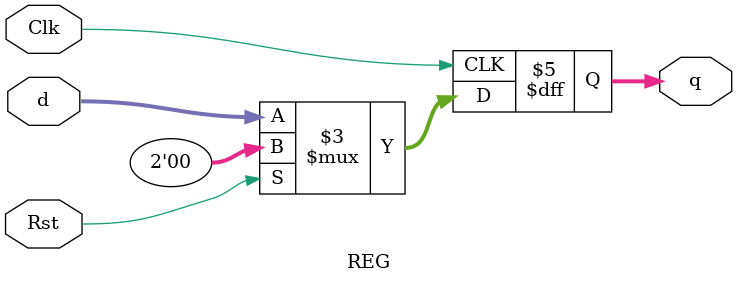
<source format=v>
`timescale 1ns / 1ns


module REG #(parameter DATAWIDTH=
2
//8
//16
//32
//64
) (d, Clk, Rst, q);
    input [DATAWIDTH-1:0] d;
    input Clk;
    input Rst;
    output reg [DATAWIDTH-1:0] q;
    
    always @(posedge Clk)
    begin
        if (Rst) begin
            q <= 0;
        end else begin
            q <= d;
        end
    end
endmodule

</source>
